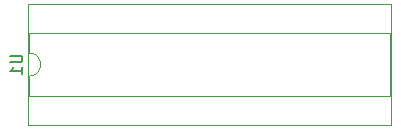
<source format=gbo>
G04 #@! TF.GenerationSoftware,KiCad,Pcbnew,5.0.1+dfsg1-3*
G04 #@! TF.CreationDate,2018-12-18T12:42:31-03:00*
G04 #@! TF.ProjectId,Control-Temp-Dysplay,436F6E74726F6C2D54656D702D447973,rev?*
G04 #@! TF.SameCoordinates,Original*
G04 #@! TF.FileFunction,Legend,Bot*
G04 #@! TF.FilePolarity,Positive*
%FSLAX46Y46*%
G04 Gerber Fmt 4.6, Leading zero omitted, Abs format (unit mm)*
G04 Created by KiCad (PCBNEW 5.0.1+dfsg1-3) date mar 18 dic 2018 12:42:31 -03*
%MOMM*%
%LPD*%
G01*
G04 APERTURE LIST*
%ADD10C,0.120000*%
%ADD11C,0.150000*%
G04 APERTURE END LIST*
D10*
G04 #@! TO.C,U1*
X121820000Y-53610000D02*
G75*
G03X121820000Y-51610000I0J1000000D01*
G01*
X121820000Y-51610000D02*
X121820000Y-49960000D01*
X121820000Y-49960000D02*
X152420000Y-49960000D01*
X152420000Y-49960000D02*
X152420000Y-55260000D01*
X152420000Y-55260000D02*
X121820000Y-55260000D01*
X121820000Y-55260000D02*
X121820000Y-53610000D01*
X121760000Y-47470000D02*
X152480000Y-47470000D01*
X152480000Y-47470000D02*
X152480000Y-57750000D01*
X152480000Y-57750000D02*
X121760000Y-57750000D01*
X121760000Y-57750000D02*
X121760000Y-47470000D01*
D11*
X120272380Y-51848095D02*
X121081904Y-51848095D01*
X121177142Y-51895714D01*
X121224761Y-51943333D01*
X121272380Y-52038571D01*
X121272380Y-52229047D01*
X121224761Y-52324285D01*
X121177142Y-52371904D01*
X121081904Y-52419523D01*
X120272380Y-52419523D01*
X121272380Y-53419523D02*
X121272380Y-52848095D01*
X121272380Y-53133809D02*
X120272380Y-53133809D01*
X120415238Y-53038571D01*
X120510476Y-52943333D01*
X120558095Y-52848095D01*
G04 #@! TD*
M02*

</source>
